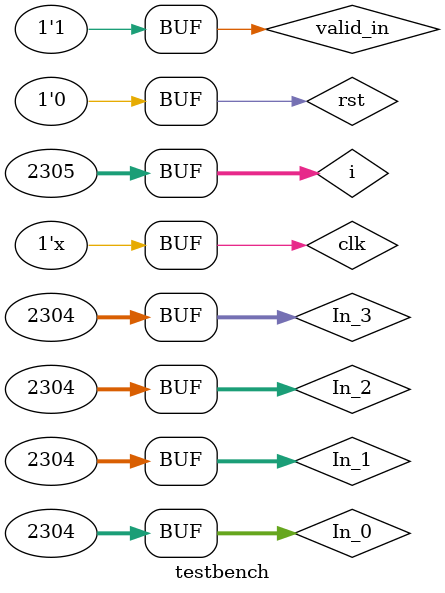
<source format=v>
`timescale 1ns/1ps

module testbench();
parameter IMG_Width=24; 
parameter IMG_Height=24;
parameter Datawidth=32; 
parameter Channel=4;
parameter Layer=12;
parameter Stride=1;
parameter ReLU=0;

reg clk,rst,valid_in;
reg [Datawidth-1:0] In_0,In_1,In_2,In_3;
wire [Datawidth-1:0] Out_0,
Out_1,
Out_2,
Out_3,
Out_4,
Out_5,
Out_6,
Out_7,
Out_8,
Out_9,
Out_10,
Out_11;
wire valid_out;

always #20 clk = ~clk;

integer i;

initial begin
  clk=1'd0;
  rst=1'd0;
  #10
  rst=1'd1;
  
  #20
  rst=1'd0;
  valid_in=1'd1;
  for (i=1;i<=IMG_Width*IMG_Height*Channel;i=i+1) begin
    In_0=i;
    In_1=i;
    In_2=i;
    In_3=i;
    #40;
  end
end


CONV_2D_12_layer_4_channel_size_3 #(
.IMG_Width(IMG_Width), 
.IMG_Height(IMG_Height), 
.Datawidth(Datawidth), 
.Stride(Stride),
.ReLU(ReLU)
)
block(
clk,rst,valid_in,
In_0,
In_1,
In_2,
In_3,
valid_out,
Out_0,
Out_1,
Out_2,
Out_3,
Out_4,
Out_5,
Out_6,
Out_7,
Out_8,
Out_9,
Out_10,
Out_11
);

endmodule

</source>
